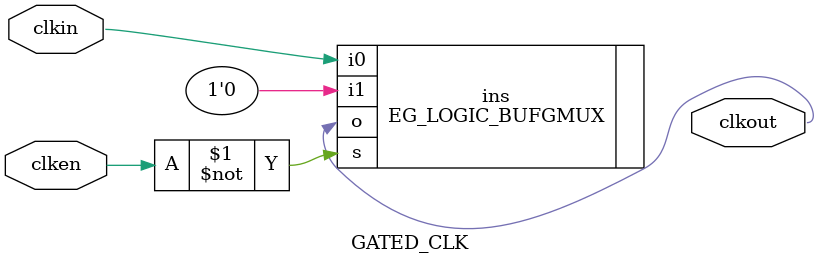
<source format=v>
`include "config.v"
module GATED_CLK(input clkin,
					 output clkout,
					 input clken);
/*reg clken_buf;
always @(posedge clkin)
begin
	clken_buf <= clken;
end
assign clkout = clken_buf & clkin;*/
`ifdef NANO
/*DQCE dqce_inst (
.CLKIN(clkin), 
.CE(clken), 
.CLKOUT(clkout)
);*/
DCS dcs_inst (
.CLK0(clkin), 
.CLK1(1'b0),
.CLK2(1'b0),
.CLK3(1'b0),
.CLKSEL({3'b0, clken}),
.SELFORCE(selforce),
.CLKOUT(clkout)
);
defparam dcs_inst.DCS_MODE="RISING";
`else
EG_LOGIC_BUFGMUX ins(.o(clkout),
						.i0(clkin),
						.i1(1'b0),
						.s(~clken));
`endif
endmodule

</source>
